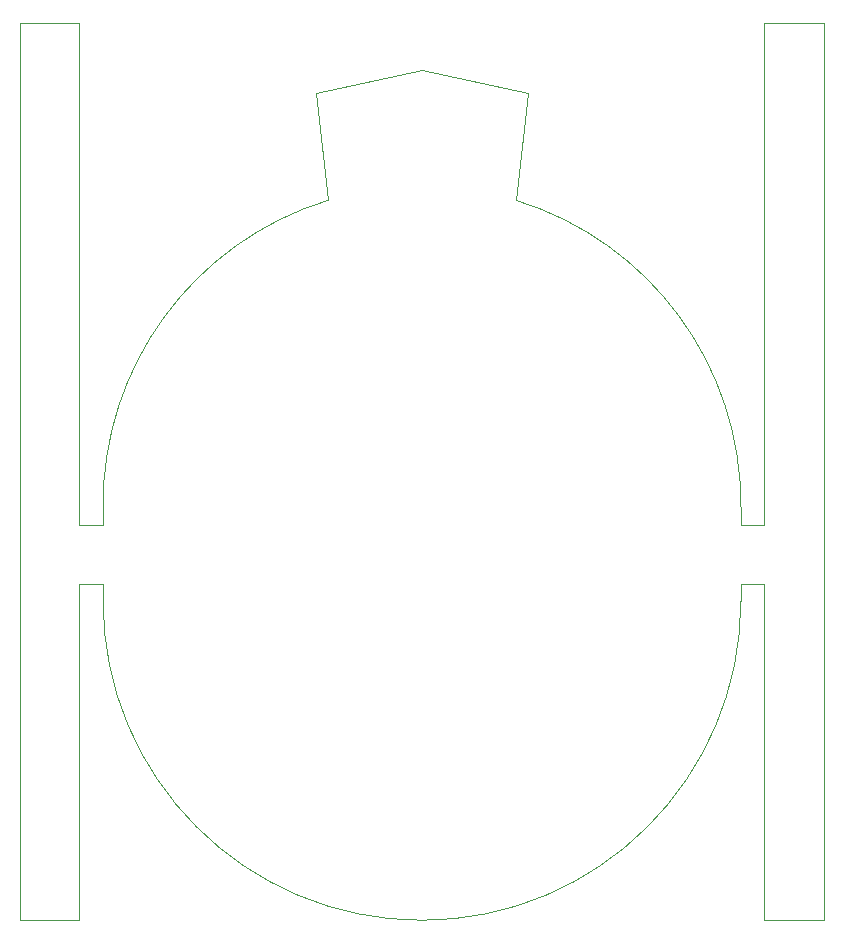
<source format=gbr>
G04 #@! TF.GenerationSoftware,KiCad,Pcbnew,(5.1.12-1-10_14)*
G04 #@! TF.CreationDate,2021-12-02T19:43:45-05:00*
G04 #@! TF.ProjectId,blinky,626c696e-6b79-42e6-9b69-6361645f7063,rev?*
G04 #@! TF.SameCoordinates,Original*
G04 #@! TF.FileFunction,Profile,NP*
%FSLAX46Y46*%
G04 Gerber Fmt 4.6, Leading zero omitted, Abs format (unit mm)*
G04 Created by KiCad (PCBNEW (5.1.12-1-10_14)) date 2021-12-02 19:43:45*
%MOMM*%
%LPD*%
G01*
G04 APERTURE LIST*
G04 #@! TA.AperFunction,Profile*
%ADD10C,0.050000*%
G04 #@! TD*
G04 APERTURE END LIST*
D10*
X217000000Y-79500000D02*
X219000000Y-79500000D01*
X219000000Y-84500000D02*
X217000000Y-84500000D01*
X219000000Y-113000000D02*
X219000000Y-84500000D01*
X224000000Y-113000000D02*
X219000000Y-113000000D01*
X224000000Y-37000000D02*
X224000000Y-113000000D01*
X219000000Y-37000000D02*
X224000000Y-37000000D01*
X219000000Y-79500000D02*
X219000000Y-37000000D01*
X161000000Y-79500000D02*
X163000000Y-79500000D01*
X161000000Y-37000000D02*
X161000000Y-79500000D01*
X156000000Y-37000000D02*
X161000000Y-37000000D01*
X156000000Y-113000000D02*
X156000000Y-37000000D01*
X161000000Y-113000000D02*
X156000000Y-113000000D01*
X161000000Y-84500000D02*
X161000000Y-113000000D01*
X163000000Y-84500000D02*
X161000000Y-84500000D01*
X217000000Y-86000000D02*
X217000000Y-84500000D01*
X217000000Y-78000000D02*
X217000000Y-79500000D01*
X163000000Y-86000000D02*
X163000000Y-84500000D01*
X163000000Y-78000000D02*
X163000000Y-79500000D01*
X182017346Y-52056376D02*
G75*
G03*
X163000000Y-78000000I7922972J-25749657D01*
G01*
X190000000Y-41000000D02*
X199000000Y-43000000D01*
X197982654Y-52056376D02*
G75*
G02*
X217000000Y-78000000I-7922972J-25749657D01*
G01*
X199000000Y-43000000D02*
X197982654Y-52056375D01*
X181000000Y-43000000D02*
X182017346Y-52056375D01*
X190000000Y-41000000D02*
X181000000Y-43000000D01*
X217000000Y-86000000D02*
G75*
G02*
X163000000Y-86000000I-27000000J0D01*
G01*
M02*

</source>
